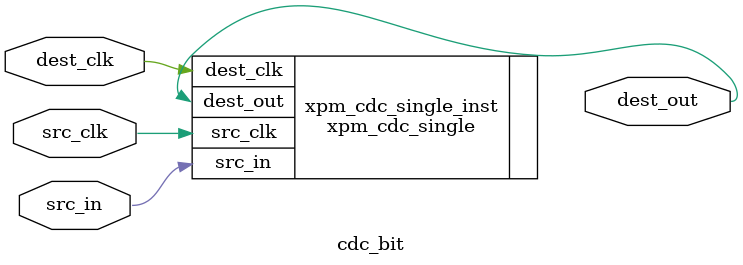
<source format=v>
`timescale 1ns / 1ps


module cdc_bit(
    input src_clk,
    input dest_clk,
    input src_in,
    output dest_out
    );

   xpm_cdc_single #(
      .DEST_SYNC_FF(3),   // DECIMAL; range: 2-10
      .INIT_SYNC_FF(0),   // DECIMAL; 0=disable simulation init values, 1=enable simulation init values
      .SIM_ASSERT_CHK(0), // DECIMAL; 0=disable simulation messages, 1=enable simulation messages
      .SRC_INPUT_REG(1)   // DECIMAL; 0=do not register input, 1=register input
   )
   xpm_cdc_single_inst (
      .dest_out(dest_out), // 1-bit output: src_in synchronized to the destination clock domain. This output is
                           // registered.

      .dest_clk(dest_clk), // 1-bit input: Clock signal for the destination clock domain.
      .src_clk(src_clk),   // 1-bit input: optional; required when SRC_INPUT_REG = 1
      .src_in(src_in)      // 1-bit input: Input signal to be synchronized to dest_clk domain.
   );

endmodule

</source>
